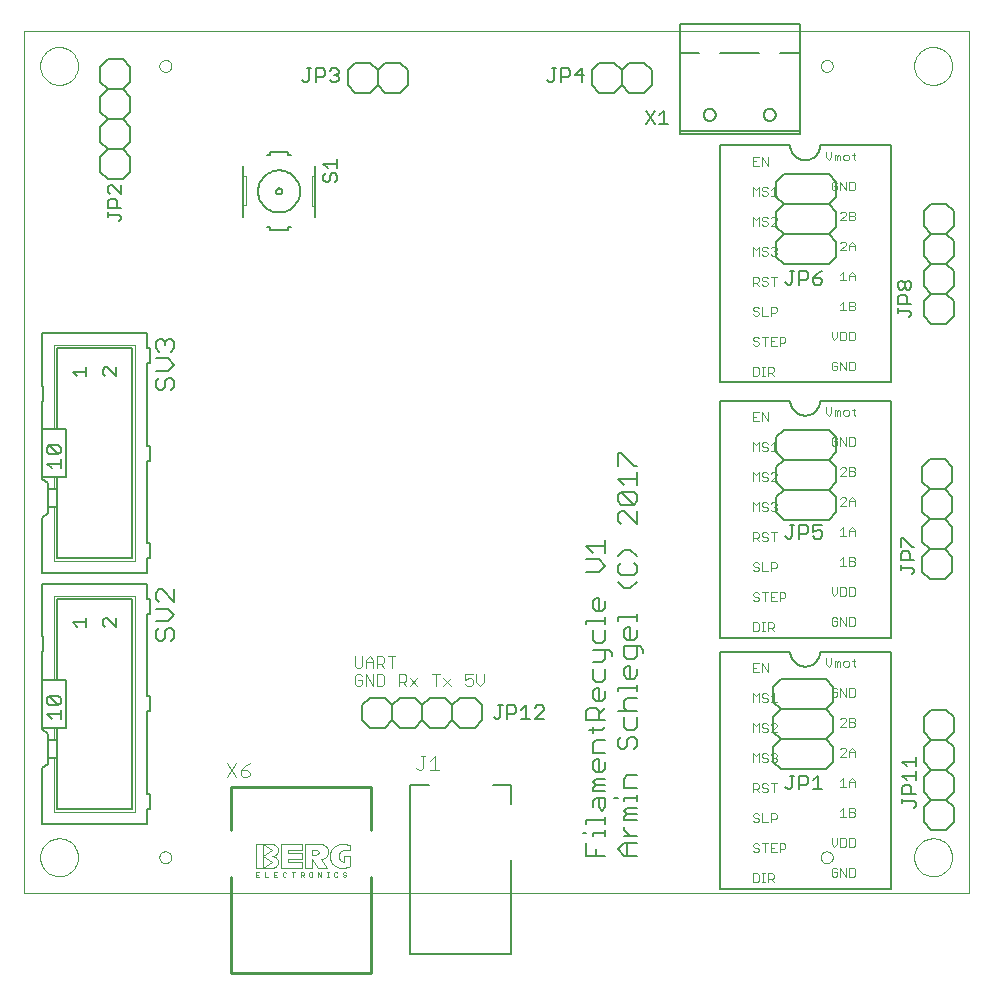
<source format=gto>
G75*
%MOIN*%
%OFA0B0*%
%FSLAX24Y24*%
%IPPOS*%
%LPD*%
%AMOC8*
5,1,8,0,0,1.08239X$1,22.5*
%
%ADD10C,0.0000*%
%ADD11C,0.0060*%
%ADD12C,0.0030*%
%ADD13C,0.0100*%
%ADD14C,0.0020*%
%ADD15C,0.0010*%
%ADD16C,0.0040*%
%ADD17C,0.0050*%
%ADD18C,0.0070*%
%ADD19C,0.0080*%
D10*
X000497Y002817D02*
X000497Y031557D01*
X031993Y031557D01*
X031993Y002817D01*
X000497Y002817D01*
X001048Y003998D02*
X001050Y004048D01*
X001056Y004098D01*
X001066Y004147D01*
X001080Y004195D01*
X001097Y004242D01*
X001118Y004287D01*
X001143Y004331D01*
X001171Y004372D01*
X001203Y004411D01*
X001237Y004448D01*
X001274Y004482D01*
X001314Y004512D01*
X001356Y004539D01*
X001400Y004563D01*
X001446Y004584D01*
X001493Y004600D01*
X001541Y004613D01*
X001591Y004622D01*
X001640Y004627D01*
X001691Y004628D01*
X001741Y004625D01*
X001790Y004618D01*
X001839Y004607D01*
X001887Y004592D01*
X001933Y004574D01*
X001978Y004552D01*
X002021Y004526D01*
X002062Y004497D01*
X002101Y004465D01*
X002137Y004430D01*
X002169Y004392D01*
X002199Y004352D01*
X002226Y004309D01*
X002249Y004265D01*
X002268Y004219D01*
X002284Y004171D01*
X002296Y004122D01*
X002304Y004073D01*
X002308Y004023D01*
X002308Y003973D01*
X002304Y003923D01*
X002296Y003874D01*
X002284Y003825D01*
X002268Y003777D01*
X002249Y003731D01*
X002226Y003687D01*
X002199Y003644D01*
X002169Y003604D01*
X002137Y003566D01*
X002101Y003531D01*
X002062Y003499D01*
X002021Y003470D01*
X001978Y003444D01*
X001933Y003422D01*
X001887Y003404D01*
X001839Y003389D01*
X001790Y003378D01*
X001741Y003371D01*
X001691Y003368D01*
X001640Y003369D01*
X001591Y003374D01*
X001541Y003383D01*
X001493Y003396D01*
X001446Y003412D01*
X001400Y003433D01*
X001356Y003457D01*
X001314Y003484D01*
X001274Y003514D01*
X001237Y003548D01*
X001203Y003585D01*
X001171Y003624D01*
X001143Y003665D01*
X001118Y003709D01*
X001097Y003754D01*
X001080Y003801D01*
X001066Y003849D01*
X001056Y003898D01*
X001050Y003948D01*
X001048Y003998D01*
X005024Y003998D02*
X005026Y004025D01*
X005032Y004052D01*
X005041Y004078D01*
X005054Y004102D01*
X005070Y004125D01*
X005089Y004144D01*
X005111Y004161D01*
X005135Y004175D01*
X005160Y004185D01*
X005187Y004192D01*
X005214Y004195D01*
X005242Y004194D01*
X005269Y004189D01*
X005295Y004181D01*
X005319Y004169D01*
X005342Y004153D01*
X005363Y004135D01*
X005380Y004114D01*
X005395Y004090D01*
X005406Y004065D01*
X005414Y004039D01*
X005418Y004012D01*
X005418Y003984D01*
X005414Y003957D01*
X005406Y003931D01*
X005395Y003906D01*
X005380Y003882D01*
X005363Y003861D01*
X005342Y003843D01*
X005320Y003827D01*
X005295Y003815D01*
X005269Y003807D01*
X005242Y003802D01*
X005214Y003801D01*
X005187Y003804D01*
X005160Y003811D01*
X005135Y003821D01*
X005111Y003835D01*
X005089Y003852D01*
X005070Y003871D01*
X005054Y003894D01*
X005041Y003918D01*
X005032Y003944D01*
X005026Y003971D01*
X005024Y003998D01*
X027072Y003998D02*
X027074Y004025D01*
X027080Y004052D01*
X027089Y004078D01*
X027102Y004102D01*
X027118Y004125D01*
X027137Y004144D01*
X027159Y004161D01*
X027183Y004175D01*
X027208Y004185D01*
X027235Y004192D01*
X027262Y004195D01*
X027290Y004194D01*
X027317Y004189D01*
X027343Y004181D01*
X027367Y004169D01*
X027390Y004153D01*
X027411Y004135D01*
X027428Y004114D01*
X027443Y004090D01*
X027454Y004065D01*
X027462Y004039D01*
X027466Y004012D01*
X027466Y003984D01*
X027462Y003957D01*
X027454Y003931D01*
X027443Y003906D01*
X027428Y003882D01*
X027411Y003861D01*
X027390Y003843D01*
X027368Y003827D01*
X027343Y003815D01*
X027317Y003807D01*
X027290Y003802D01*
X027262Y003801D01*
X027235Y003804D01*
X027208Y003811D01*
X027183Y003821D01*
X027159Y003835D01*
X027137Y003852D01*
X027118Y003871D01*
X027102Y003894D01*
X027089Y003918D01*
X027080Y003944D01*
X027074Y003971D01*
X027072Y003998D01*
X030182Y003998D02*
X030184Y004048D01*
X030190Y004098D01*
X030200Y004147D01*
X030214Y004195D01*
X030231Y004242D01*
X030252Y004287D01*
X030277Y004331D01*
X030305Y004372D01*
X030337Y004411D01*
X030371Y004448D01*
X030408Y004482D01*
X030448Y004512D01*
X030490Y004539D01*
X030534Y004563D01*
X030580Y004584D01*
X030627Y004600D01*
X030675Y004613D01*
X030725Y004622D01*
X030774Y004627D01*
X030825Y004628D01*
X030875Y004625D01*
X030924Y004618D01*
X030973Y004607D01*
X031021Y004592D01*
X031067Y004574D01*
X031112Y004552D01*
X031155Y004526D01*
X031196Y004497D01*
X031235Y004465D01*
X031271Y004430D01*
X031303Y004392D01*
X031333Y004352D01*
X031360Y004309D01*
X031383Y004265D01*
X031402Y004219D01*
X031418Y004171D01*
X031430Y004122D01*
X031438Y004073D01*
X031442Y004023D01*
X031442Y003973D01*
X031438Y003923D01*
X031430Y003874D01*
X031418Y003825D01*
X031402Y003777D01*
X031383Y003731D01*
X031360Y003687D01*
X031333Y003644D01*
X031303Y003604D01*
X031271Y003566D01*
X031235Y003531D01*
X031196Y003499D01*
X031155Y003470D01*
X031112Y003444D01*
X031067Y003422D01*
X031021Y003404D01*
X030973Y003389D01*
X030924Y003378D01*
X030875Y003371D01*
X030825Y003368D01*
X030774Y003369D01*
X030725Y003374D01*
X030675Y003383D01*
X030627Y003396D01*
X030580Y003412D01*
X030534Y003433D01*
X030490Y003457D01*
X030448Y003484D01*
X030408Y003514D01*
X030371Y003548D01*
X030337Y003585D01*
X030305Y003624D01*
X030277Y003665D01*
X030252Y003709D01*
X030231Y003754D01*
X030214Y003801D01*
X030200Y003849D01*
X030190Y003898D01*
X030184Y003948D01*
X030182Y003998D01*
X030182Y030376D02*
X030184Y030426D01*
X030190Y030476D01*
X030200Y030525D01*
X030214Y030573D01*
X030231Y030620D01*
X030252Y030665D01*
X030277Y030709D01*
X030305Y030750D01*
X030337Y030789D01*
X030371Y030826D01*
X030408Y030860D01*
X030448Y030890D01*
X030490Y030917D01*
X030534Y030941D01*
X030580Y030962D01*
X030627Y030978D01*
X030675Y030991D01*
X030725Y031000D01*
X030774Y031005D01*
X030825Y031006D01*
X030875Y031003D01*
X030924Y030996D01*
X030973Y030985D01*
X031021Y030970D01*
X031067Y030952D01*
X031112Y030930D01*
X031155Y030904D01*
X031196Y030875D01*
X031235Y030843D01*
X031271Y030808D01*
X031303Y030770D01*
X031333Y030730D01*
X031360Y030687D01*
X031383Y030643D01*
X031402Y030597D01*
X031418Y030549D01*
X031430Y030500D01*
X031438Y030451D01*
X031442Y030401D01*
X031442Y030351D01*
X031438Y030301D01*
X031430Y030252D01*
X031418Y030203D01*
X031402Y030155D01*
X031383Y030109D01*
X031360Y030065D01*
X031333Y030022D01*
X031303Y029982D01*
X031271Y029944D01*
X031235Y029909D01*
X031196Y029877D01*
X031155Y029848D01*
X031112Y029822D01*
X031067Y029800D01*
X031021Y029782D01*
X030973Y029767D01*
X030924Y029756D01*
X030875Y029749D01*
X030825Y029746D01*
X030774Y029747D01*
X030725Y029752D01*
X030675Y029761D01*
X030627Y029774D01*
X030580Y029790D01*
X030534Y029811D01*
X030490Y029835D01*
X030448Y029862D01*
X030408Y029892D01*
X030371Y029926D01*
X030337Y029963D01*
X030305Y030002D01*
X030277Y030043D01*
X030252Y030087D01*
X030231Y030132D01*
X030214Y030179D01*
X030200Y030227D01*
X030190Y030276D01*
X030184Y030326D01*
X030182Y030376D01*
X027072Y030376D02*
X027074Y030403D01*
X027080Y030430D01*
X027089Y030456D01*
X027102Y030480D01*
X027118Y030503D01*
X027137Y030522D01*
X027159Y030539D01*
X027183Y030553D01*
X027208Y030563D01*
X027235Y030570D01*
X027262Y030573D01*
X027290Y030572D01*
X027317Y030567D01*
X027343Y030559D01*
X027367Y030547D01*
X027390Y030531D01*
X027411Y030513D01*
X027428Y030492D01*
X027443Y030468D01*
X027454Y030443D01*
X027462Y030417D01*
X027466Y030390D01*
X027466Y030362D01*
X027462Y030335D01*
X027454Y030309D01*
X027443Y030284D01*
X027428Y030260D01*
X027411Y030239D01*
X027390Y030221D01*
X027368Y030205D01*
X027343Y030193D01*
X027317Y030185D01*
X027290Y030180D01*
X027262Y030179D01*
X027235Y030182D01*
X027208Y030189D01*
X027183Y030199D01*
X027159Y030213D01*
X027137Y030230D01*
X027118Y030249D01*
X027102Y030272D01*
X027089Y030296D01*
X027080Y030322D01*
X027074Y030349D01*
X027072Y030376D01*
X005024Y030376D02*
X005026Y030403D01*
X005032Y030430D01*
X005041Y030456D01*
X005054Y030480D01*
X005070Y030503D01*
X005089Y030522D01*
X005111Y030539D01*
X005135Y030553D01*
X005160Y030563D01*
X005187Y030570D01*
X005214Y030573D01*
X005242Y030572D01*
X005269Y030567D01*
X005295Y030559D01*
X005319Y030547D01*
X005342Y030531D01*
X005363Y030513D01*
X005380Y030492D01*
X005395Y030468D01*
X005406Y030443D01*
X005414Y030417D01*
X005418Y030390D01*
X005418Y030362D01*
X005414Y030335D01*
X005406Y030309D01*
X005395Y030284D01*
X005380Y030260D01*
X005363Y030239D01*
X005342Y030221D01*
X005320Y030205D01*
X005295Y030193D01*
X005269Y030185D01*
X005242Y030180D01*
X005214Y030179D01*
X005187Y030182D01*
X005160Y030189D01*
X005135Y030199D01*
X005111Y030213D01*
X005089Y030230D01*
X005070Y030249D01*
X005054Y030272D01*
X005041Y030296D01*
X005032Y030322D01*
X005026Y030349D01*
X005024Y030376D01*
X001048Y030376D02*
X001050Y030426D01*
X001056Y030476D01*
X001066Y030525D01*
X001080Y030573D01*
X001097Y030620D01*
X001118Y030665D01*
X001143Y030709D01*
X001171Y030750D01*
X001203Y030789D01*
X001237Y030826D01*
X001274Y030860D01*
X001314Y030890D01*
X001356Y030917D01*
X001400Y030941D01*
X001446Y030962D01*
X001493Y030978D01*
X001541Y030991D01*
X001591Y031000D01*
X001640Y031005D01*
X001691Y031006D01*
X001741Y031003D01*
X001790Y030996D01*
X001839Y030985D01*
X001887Y030970D01*
X001933Y030952D01*
X001978Y030930D01*
X002021Y030904D01*
X002062Y030875D01*
X002101Y030843D01*
X002137Y030808D01*
X002169Y030770D01*
X002199Y030730D01*
X002226Y030687D01*
X002249Y030643D01*
X002268Y030597D01*
X002284Y030549D01*
X002296Y030500D01*
X002304Y030451D01*
X002308Y030401D01*
X002308Y030351D01*
X002304Y030301D01*
X002296Y030252D01*
X002284Y030203D01*
X002268Y030155D01*
X002249Y030109D01*
X002226Y030065D01*
X002199Y030022D01*
X002169Y029982D01*
X002137Y029944D01*
X002101Y029909D01*
X002062Y029877D01*
X002021Y029848D01*
X001978Y029822D01*
X001933Y029800D01*
X001887Y029782D01*
X001839Y029767D01*
X001790Y029756D01*
X001741Y029749D01*
X001691Y029746D01*
X001640Y029747D01*
X001591Y029752D01*
X001541Y029761D01*
X001493Y029774D01*
X001446Y029790D01*
X001400Y029811D01*
X001356Y029835D01*
X001314Y029862D01*
X001274Y029892D01*
X001237Y029926D01*
X001203Y029963D01*
X001171Y030002D01*
X001143Y030043D01*
X001118Y030087D01*
X001097Y030132D01*
X001080Y030179D01*
X001066Y030227D01*
X001056Y030276D01*
X001050Y030326D01*
X001048Y030376D01*
D11*
X003048Y030355D02*
X003048Y029855D01*
X003298Y029605D01*
X003048Y029355D01*
X003048Y028855D01*
X003298Y028605D01*
X003798Y028605D01*
X004048Y028855D01*
X004048Y029355D01*
X003798Y029605D01*
X003298Y029605D01*
X003798Y029605D02*
X004048Y029855D01*
X004048Y030355D01*
X003798Y030605D01*
X003298Y030605D01*
X003048Y030355D01*
X003298Y028605D02*
X003048Y028355D01*
X003048Y027855D01*
X003298Y027605D01*
X003048Y027355D01*
X003048Y026855D01*
X003298Y026605D01*
X003798Y026605D01*
X004048Y026855D01*
X004048Y027355D01*
X003798Y027605D01*
X003298Y027605D01*
X003798Y027605D02*
X004048Y027855D01*
X004048Y028355D01*
X003798Y028605D01*
X007811Y027043D02*
X007811Y026693D01*
X007811Y025743D01*
X007811Y025343D01*
X008611Y024993D02*
X008711Y024993D01*
X008711Y024893D01*
X009311Y024893D01*
X009311Y024993D01*
X009411Y024993D01*
X010211Y025343D02*
X010211Y025693D01*
X010211Y026693D01*
X010211Y027043D01*
X009411Y027393D02*
X009311Y027393D01*
X009311Y027493D01*
X008711Y027493D01*
X008711Y027393D01*
X008611Y027393D01*
X008911Y026193D02*
X008913Y026213D01*
X008919Y026231D01*
X008928Y026249D01*
X008940Y026264D01*
X008955Y026276D01*
X008973Y026285D01*
X008991Y026291D01*
X009011Y026293D01*
X009031Y026291D01*
X009049Y026285D01*
X009067Y026276D01*
X009082Y026264D01*
X009094Y026249D01*
X009103Y026231D01*
X009109Y026213D01*
X009111Y026193D01*
X009109Y026173D01*
X009103Y026155D01*
X009094Y026137D01*
X009082Y026122D01*
X009067Y026110D01*
X009049Y026101D01*
X009031Y026095D01*
X009011Y026093D01*
X008991Y026095D01*
X008973Y026101D01*
X008955Y026110D01*
X008940Y026122D01*
X008928Y026137D01*
X008919Y026155D01*
X008913Y026173D01*
X008911Y026193D01*
X008311Y026193D02*
X008313Y026245D01*
X008319Y026297D01*
X008329Y026349D01*
X008342Y026399D01*
X008359Y026449D01*
X008380Y026497D01*
X008405Y026543D01*
X008433Y026587D01*
X008464Y026629D01*
X008498Y026669D01*
X008535Y026706D01*
X008575Y026740D01*
X008617Y026771D01*
X008661Y026799D01*
X008707Y026824D01*
X008755Y026845D01*
X008805Y026862D01*
X008855Y026875D01*
X008907Y026885D01*
X008959Y026891D01*
X009011Y026893D01*
X009063Y026891D01*
X009115Y026885D01*
X009167Y026875D01*
X009217Y026862D01*
X009267Y026845D01*
X009315Y026824D01*
X009361Y026799D01*
X009405Y026771D01*
X009447Y026740D01*
X009487Y026706D01*
X009524Y026669D01*
X009558Y026629D01*
X009589Y026587D01*
X009617Y026543D01*
X009642Y026497D01*
X009663Y026449D01*
X009680Y026399D01*
X009693Y026349D01*
X009703Y026297D01*
X009709Y026245D01*
X009711Y026193D01*
X009709Y026141D01*
X009703Y026089D01*
X009693Y026037D01*
X009680Y025987D01*
X009663Y025937D01*
X009642Y025889D01*
X009617Y025843D01*
X009589Y025799D01*
X009558Y025757D01*
X009524Y025717D01*
X009487Y025680D01*
X009447Y025646D01*
X009405Y025615D01*
X009361Y025587D01*
X009315Y025562D01*
X009267Y025541D01*
X009217Y025524D01*
X009167Y025511D01*
X009115Y025501D01*
X009063Y025495D01*
X009011Y025493D01*
X008959Y025495D01*
X008907Y025501D01*
X008855Y025511D01*
X008805Y025524D01*
X008755Y025541D01*
X008707Y025562D01*
X008661Y025587D01*
X008617Y025615D01*
X008575Y025646D01*
X008535Y025680D01*
X008498Y025717D01*
X008464Y025757D01*
X008433Y025799D01*
X008405Y025843D01*
X008380Y025889D01*
X008359Y025937D01*
X008342Y025987D01*
X008329Y026037D01*
X008319Y026089D01*
X008313Y026141D01*
X008311Y026193D01*
X011558Y029483D02*
X012058Y029483D01*
X012308Y029733D01*
X012558Y029483D01*
X013058Y029483D01*
X013308Y029733D01*
X013308Y030233D01*
X013058Y030483D01*
X012558Y030483D01*
X012308Y030233D01*
X012308Y029733D01*
X012308Y030233D02*
X012058Y030483D01*
X011558Y030483D01*
X011308Y030233D01*
X011308Y029733D01*
X011558Y029483D01*
X019428Y029733D02*
X019678Y029483D01*
X020178Y029483D01*
X020428Y029733D01*
X020678Y029483D01*
X021178Y029483D01*
X021428Y029733D01*
X021428Y030233D01*
X021178Y030483D01*
X020678Y030483D01*
X020428Y030233D01*
X020428Y029733D01*
X020428Y030233D02*
X020178Y030483D01*
X019678Y030483D01*
X019428Y030233D01*
X019428Y029733D01*
X022365Y030815D02*
X022365Y031765D01*
X026365Y031765D01*
X026365Y030815D01*
X025715Y030815D01*
X026365Y030815D02*
X026365Y028215D01*
X026365Y028115D01*
X022365Y028115D01*
X022365Y028215D01*
X022365Y030815D01*
X023015Y030815D01*
X023715Y030815D02*
X025015Y030815D01*
X025165Y028745D02*
X025167Y028773D01*
X025173Y028800D01*
X025182Y028826D01*
X025195Y028851D01*
X025212Y028874D01*
X025231Y028894D01*
X025253Y028911D01*
X025277Y028925D01*
X025303Y028935D01*
X025330Y028942D01*
X025358Y028945D01*
X025386Y028944D01*
X025413Y028939D01*
X025440Y028930D01*
X025465Y028918D01*
X025488Y028903D01*
X025509Y028884D01*
X025527Y028863D01*
X025542Y028839D01*
X025553Y028813D01*
X025561Y028787D01*
X025565Y028759D01*
X025565Y028731D01*
X025561Y028703D01*
X025553Y028677D01*
X025542Y028651D01*
X025527Y028627D01*
X025509Y028606D01*
X025488Y028587D01*
X025465Y028572D01*
X025440Y028560D01*
X025413Y028551D01*
X025386Y028546D01*
X025358Y028545D01*
X025330Y028548D01*
X025303Y028555D01*
X025277Y028565D01*
X025253Y028579D01*
X025231Y028596D01*
X025212Y028616D01*
X025195Y028639D01*
X025182Y028664D01*
X025173Y028690D01*
X025167Y028717D01*
X025165Y028745D01*
X026365Y028215D02*
X022365Y028215D01*
X023165Y028745D02*
X023167Y028773D01*
X023173Y028800D01*
X023182Y028826D01*
X023195Y028851D01*
X023212Y028874D01*
X023231Y028894D01*
X023253Y028911D01*
X023277Y028925D01*
X023303Y028935D01*
X023330Y028942D01*
X023358Y028945D01*
X023386Y028944D01*
X023413Y028939D01*
X023440Y028930D01*
X023465Y028918D01*
X023488Y028903D01*
X023509Y028884D01*
X023527Y028863D01*
X023542Y028839D01*
X023553Y028813D01*
X023561Y028787D01*
X023565Y028759D01*
X023565Y028731D01*
X023561Y028703D01*
X023553Y028677D01*
X023542Y028651D01*
X023527Y028627D01*
X023509Y028606D01*
X023488Y028587D01*
X023465Y028572D01*
X023440Y028560D01*
X023413Y028551D01*
X023386Y028546D01*
X023358Y028545D01*
X023330Y028548D01*
X023303Y028555D01*
X023277Y028565D01*
X023253Y028579D01*
X023231Y028596D01*
X023212Y028616D01*
X023195Y028639D01*
X023182Y028664D01*
X023173Y028690D01*
X023167Y028717D01*
X023165Y028745D01*
X023698Y027734D02*
X023698Y019834D01*
X029398Y019834D01*
X029398Y027734D01*
X027048Y027734D01*
X027046Y027690D01*
X027040Y027647D01*
X027031Y027605D01*
X027018Y027563D01*
X027001Y027523D01*
X026981Y027484D01*
X026958Y027447D01*
X026931Y027413D01*
X026902Y027380D01*
X026869Y027351D01*
X026835Y027324D01*
X026798Y027301D01*
X026759Y027281D01*
X026719Y027264D01*
X026677Y027251D01*
X026635Y027242D01*
X026592Y027236D01*
X026548Y027234D01*
X026504Y027236D01*
X026461Y027242D01*
X026419Y027251D01*
X026377Y027264D01*
X026337Y027281D01*
X026298Y027301D01*
X026261Y027324D01*
X026227Y027351D01*
X026194Y027380D01*
X026165Y027413D01*
X026138Y027447D01*
X026115Y027484D01*
X026095Y027523D01*
X026078Y027563D01*
X026065Y027605D01*
X026056Y027647D01*
X026050Y027690D01*
X026048Y027734D01*
X023698Y027734D01*
X025580Y026508D02*
X025580Y026008D01*
X025830Y025758D01*
X027330Y025758D01*
X027580Y025508D01*
X027580Y025008D01*
X027330Y024758D01*
X027580Y024508D01*
X027580Y024008D01*
X027330Y023758D01*
X025830Y023758D01*
X025580Y024008D01*
X025580Y024508D01*
X025830Y024758D01*
X027330Y024758D01*
X027330Y025758D02*
X027580Y026008D01*
X027580Y026508D01*
X027330Y026758D01*
X025830Y026758D01*
X025580Y026508D01*
X025830Y025758D02*
X025580Y025508D01*
X025580Y025008D01*
X025830Y024758D01*
X030509Y024532D02*
X030509Y024032D01*
X030759Y023782D01*
X031259Y023782D01*
X031509Y024032D01*
X031509Y024532D01*
X031259Y024782D01*
X030759Y024782D01*
X030509Y024532D01*
X030759Y024782D02*
X030509Y025032D01*
X030509Y025532D01*
X030759Y025782D01*
X031259Y025782D01*
X031509Y025532D01*
X031509Y025032D01*
X031259Y024782D01*
X031259Y023782D02*
X031509Y023532D01*
X031509Y023032D01*
X031259Y022782D01*
X031509Y022532D01*
X031509Y022032D01*
X031259Y021782D01*
X030759Y021782D01*
X030509Y022032D01*
X030509Y022532D01*
X030759Y022782D01*
X030509Y023032D01*
X030509Y023532D01*
X030759Y023782D01*
X030759Y022782D02*
X031259Y022782D01*
X029398Y019220D02*
X029398Y011320D01*
X023698Y011320D01*
X023698Y019220D01*
X026048Y019220D01*
X026050Y019176D01*
X026056Y019133D01*
X026065Y019091D01*
X026078Y019049D01*
X026095Y019009D01*
X026115Y018970D01*
X026138Y018933D01*
X026165Y018899D01*
X026194Y018866D01*
X026227Y018837D01*
X026261Y018810D01*
X026298Y018787D01*
X026337Y018767D01*
X026377Y018750D01*
X026419Y018737D01*
X026461Y018728D01*
X026504Y018722D01*
X026548Y018720D01*
X026592Y018722D01*
X026635Y018728D01*
X026677Y018737D01*
X026719Y018750D01*
X026759Y018767D01*
X026798Y018787D01*
X026835Y018810D01*
X026869Y018837D01*
X026902Y018866D01*
X026931Y018899D01*
X026958Y018933D01*
X026981Y018970D01*
X027001Y019009D01*
X027018Y019049D01*
X027031Y019091D01*
X027040Y019133D01*
X027046Y019176D01*
X027048Y019220D01*
X029398Y019220D01*
X027580Y017994D02*
X027580Y017494D01*
X027330Y017244D01*
X025830Y017244D01*
X025580Y016994D01*
X025580Y016494D01*
X025830Y016244D01*
X025580Y015994D01*
X025580Y015494D01*
X025830Y015244D01*
X027330Y015244D01*
X027580Y015494D01*
X027580Y015994D01*
X027330Y016244D01*
X025830Y016244D01*
X025830Y017244D02*
X025580Y017494D01*
X025580Y017994D01*
X025830Y018244D01*
X027330Y018244D01*
X027580Y017994D01*
X027330Y017244D02*
X027580Y016994D01*
X027580Y016494D01*
X027330Y016244D01*
X030459Y016018D02*
X030459Y015518D01*
X030709Y015268D01*
X031209Y015268D01*
X031459Y015518D01*
X031459Y016018D01*
X031209Y016268D01*
X030709Y016268D01*
X030459Y016018D01*
X030709Y016268D02*
X030459Y016518D01*
X030459Y017018D01*
X030709Y017268D01*
X031209Y017268D01*
X031459Y017018D01*
X031459Y016518D01*
X031209Y016268D01*
X031209Y015268D02*
X031459Y015018D01*
X031459Y014518D01*
X031209Y014268D01*
X031459Y014018D01*
X031459Y013518D01*
X031209Y013268D01*
X030709Y013268D01*
X030459Y013518D01*
X030459Y014018D01*
X030709Y014268D01*
X030459Y014518D01*
X030459Y015018D01*
X030709Y015268D01*
X030709Y014268D02*
X031209Y014268D01*
X029398Y010854D02*
X029398Y002954D01*
X023698Y002954D01*
X023698Y010854D01*
X026048Y010854D01*
X026050Y010810D01*
X026056Y010767D01*
X026065Y010725D01*
X026078Y010683D01*
X026095Y010643D01*
X026115Y010604D01*
X026138Y010567D01*
X026165Y010533D01*
X026194Y010500D01*
X026227Y010471D01*
X026261Y010444D01*
X026298Y010421D01*
X026337Y010401D01*
X026377Y010384D01*
X026419Y010371D01*
X026461Y010362D01*
X026504Y010356D01*
X026548Y010354D01*
X026592Y010356D01*
X026635Y010362D01*
X026677Y010371D01*
X026719Y010384D01*
X026759Y010401D01*
X026798Y010421D01*
X026835Y010444D01*
X026869Y010471D01*
X026902Y010500D01*
X026931Y010533D01*
X026958Y010567D01*
X026981Y010604D01*
X027001Y010643D01*
X027018Y010683D01*
X027031Y010725D01*
X027040Y010767D01*
X027046Y010810D01*
X027048Y010854D01*
X029398Y010854D01*
X027481Y009678D02*
X027481Y009178D01*
X027231Y008928D01*
X025731Y008928D01*
X025481Y008678D01*
X025481Y008178D01*
X025731Y007928D01*
X025481Y007678D01*
X025481Y007178D01*
X025731Y006928D01*
X027231Y006928D01*
X027481Y007178D01*
X027481Y007678D01*
X027231Y007928D01*
X025731Y007928D01*
X025731Y008928D02*
X025481Y009178D01*
X025481Y009678D01*
X025731Y009928D01*
X027231Y009928D01*
X027481Y009678D01*
X027231Y008928D02*
X027481Y008678D01*
X027481Y008178D01*
X027231Y007928D01*
X030509Y008162D02*
X030509Y008662D01*
X030759Y008912D01*
X031259Y008912D01*
X031509Y008662D01*
X031509Y008162D01*
X031259Y007912D01*
X031509Y007662D01*
X031509Y007162D01*
X031259Y006912D01*
X030759Y006912D01*
X030509Y007162D01*
X030509Y007662D01*
X030759Y007912D01*
X030509Y008162D01*
X030759Y007912D02*
X031259Y007912D01*
X031259Y006912D02*
X031509Y006662D01*
X031509Y006162D01*
X031259Y005912D01*
X031509Y005662D01*
X031509Y005162D01*
X031259Y004912D01*
X030759Y004912D01*
X030509Y005162D01*
X030509Y005662D01*
X030759Y005912D01*
X030509Y006162D01*
X030509Y006662D01*
X030759Y006912D01*
X030759Y005912D02*
X031259Y005912D01*
X020939Y005874D02*
X020939Y006088D01*
X020939Y005981D02*
X020512Y005981D01*
X020512Y005874D01*
X020299Y005981D02*
X020192Y005981D01*
X019889Y005979D02*
X019889Y005659D01*
X019783Y005552D01*
X019676Y005659D01*
X019676Y005979D01*
X019569Y005979D02*
X019889Y005979D01*
X019889Y006197D02*
X019462Y006197D01*
X019462Y006303D01*
X019569Y006410D01*
X019462Y006517D01*
X019569Y006624D01*
X019889Y006624D01*
X019889Y006410D02*
X019569Y006410D01*
X019569Y006841D02*
X019462Y006948D01*
X019462Y007161D01*
X019569Y007268D01*
X019676Y007268D01*
X019676Y006841D01*
X019783Y006841D02*
X019569Y006841D01*
X019783Y006841D02*
X019889Y006948D01*
X019889Y007161D01*
X019889Y007486D02*
X019462Y007486D01*
X019462Y007806D01*
X019569Y007913D01*
X019889Y007913D01*
X019783Y008237D02*
X019356Y008237D01*
X019462Y008130D02*
X019462Y008344D01*
X019249Y008560D02*
X019249Y008880D01*
X019356Y008987D01*
X019569Y008987D01*
X019676Y008880D01*
X019676Y008560D01*
X019889Y008560D02*
X019249Y008560D01*
X019676Y008773D02*
X019889Y008987D01*
X019783Y009205D02*
X019569Y009205D01*
X019462Y009311D01*
X019462Y009525D01*
X019569Y009632D01*
X019676Y009632D01*
X019676Y009205D01*
X019783Y009205D02*
X019889Y009311D01*
X019889Y009525D01*
X019783Y009849D02*
X019569Y009849D01*
X019462Y009956D01*
X019462Y010276D01*
X019462Y010494D02*
X019783Y010494D01*
X019889Y010600D01*
X019889Y010921D01*
X019996Y010921D02*
X020103Y010814D01*
X020103Y010707D01*
X019996Y010921D02*
X019462Y010921D01*
X019569Y011138D02*
X019783Y011138D01*
X019889Y011245D01*
X019889Y011565D01*
X019889Y011783D02*
X019889Y011996D01*
X019889Y011889D02*
X019249Y011889D01*
X019249Y011783D01*
X019462Y011565D02*
X019462Y011245D01*
X019569Y011138D01*
X019889Y010276D02*
X019889Y009956D01*
X019783Y009849D01*
X020299Y009634D02*
X020299Y009527D01*
X020299Y009634D02*
X020939Y009634D01*
X020939Y009740D02*
X020939Y009527D01*
X020939Y009309D02*
X020619Y009309D01*
X020512Y009203D01*
X020512Y008989D01*
X020619Y008882D01*
X020512Y008665D02*
X020512Y008344D01*
X020619Y008238D01*
X020833Y008238D01*
X020939Y008344D01*
X020939Y008665D01*
X020939Y008882D02*
X020299Y008882D01*
X019889Y008344D02*
X019783Y008237D01*
X020299Y007913D02*
X020299Y007700D01*
X020406Y007593D01*
X020512Y007593D01*
X020619Y007700D01*
X020619Y007913D01*
X020726Y008020D01*
X020833Y008020D01*
X020939Y007913D01*
X020939Y007700D01*
X020833Y007593D01*
X020406Y008020D02*
X020299Y007913D01*
X020619Y006731D02*
X020939Y006731D01*
X020619Y006731D02*
X020512Y006624D01*
X020512Y006304D01*
X020939Y006304D01*
X020939Y005657D02*
X020619Y005657D01*
X020512Y005550D01*
X020619Y005443D01*
X020939Y005443D01*
X020939Y005230D02*
X020512Y005230D01*
X020512Y005337D01*
X020619Y005443D01*
X020512Y005013D02*
X020512Y004906D01*
X020726Y004693D01*
X020939Y004693D02*
X020512Y004693D01*
X020512Y004475D02*
X020939Y004475D01*
X020619Y004475D02*
X020619Y004048D01*
X020512Y004048D02*
X020299Y004262D01*
X020512Y004475D01*
X020512Y004048D02*
X020939Y004048D01*
X019889Y004048D02*
X019249Y004048D01*
X019249Y004475D01*
X019462Y004693D02*
X019462Y004799D01*
X019889Y004799D01*
X019889Y004693D02*
X019889Y004906D01*
X019889Y005122D02*
X019889Y005336D01*
X019889Y005229D02*
X019249Y005229D01*
X019249Y005122D01*
X019249Y004799D02*
X019142Y004799D01*
X019569Y004262D02*
X019569Y004048D01*
X019462Y005659D02*
X019462Y005872D01*
X019569Y005979D01*
X015784Y008571D02*
X015534Y008321D01*
X015034Y008321D01*
X014784Y008571D01*
X014534Y008321D01*
X014034Y008321D01*
X013784Y008571D01*
X013784Y009071D01*
X014034Y009321D01*
X014534Y009321D01*
X014784Y009071D01*
X015034Y009321D01*
X015534Y009321D01*
X015784Y009071D01*
X015784Y008571D01*
X014784Y008571D02*
X014784Y009071D01*
X013784Y009071D02*
X013534Y009321D01*
X013034Y009321D01*
X012784Y009071D01*
X012534Y009321D01*
X012034Y009321D01*
X011784Y009071D01*
X011784Y008571D01*
X012034Y008321D01*
X012534Y008321D01*
X012784Y008571D01*
X012784Y009071D01*
X012784Y008571D02*
X013034Y008321D01*
X013534Y008321D01*
X013784Y008571D01*
X019249Y013502D02*
X019676Y013502D01*
X019889Y013715D01*
X019676Y013929D01*
X019249Y013929D01*
X019462Y014146D02*
X019249Y014360D01*
X019889Y014360D01*
X019889Y014573D02*
X019889Y014146D01*
X020299Y014039D02*
X020512Y014252D01*
X020726Y014252D01*
X020939Y014039D01*
X020833Y013821D02*
X020939Y013714D01*
X020939Y013501D01*
X020833Y013394D01*
X020406Y013394D01*
X020299Y013501D01*
X020299Y013714D01*
X020406Y013821D01*
X020299Y013178D02*
X020512Y012964D01*
X020726Y012964D01*
X020939Y013178D01*
X020939Y012104D02*
X020939Y011890D01*
X020939Y011997D02*
X020299Y011997D01*
X020299Y011890D01*
X020619Y011673D02*
X020512Y011566D01*
X020512Y011352D01*
X020619Y011246D01*
X020833Y011246D01*
X020939Y011352D01*
X020939Y011566D01*
X020726Y011673D02*
X020726Y011246D01*
X020939Y011028D02*
X020939Y010708D01*
X020833Y010601D01*
X020619Y010601D01*
X020512Y010708D01*
X020512Y011028D01*
X021046Y011028D01*
X021153Y010921D01*
X021153Y010815D01*
X020939Y010277D02*
X020939Y010063D01*
X020833Y009956D01*
X020619Y009956D01*
X020512Y010063D01*
X020512Y010277D01*
X020619Y010384D01*
X020726Y010384D01*
X020726Y009956D01*
X020726Y011673D02*
X020619Y011673D01*
X019889Y012319D02*
X019889Y012533D01*
X019889Y012319D02*
X019783Y012212D01*
X019569Y012212D01*
X019462Y012319D01*
X019462Y012533D01*
X019569Y012639D01*
X019676Y012639D01*
X019676Y012212D01*
X020406Y015113D02*
X020299Y015220D01*
X020299Y015433D01*
X020406Y015540D01*
X020512Y015540D01*
X020939Y015113D01*
X020939Y015540D01*
X020833Y015757D02*
X020406Y016184D01*
X020833Y016184D01*
X020939Y016078D01*
X020939Y015864D01*
X020833Y015757D01*
X020406Y015757D01*
X020299Y015864D01*
X020299Y016078D01*
X020406Y016184D01*
X020512Y016402D02*
X020299Y016615D01*
X020939Y016615D01*
X020939Y016402D02*
X020939Y016829D01*
X020939Y017047D02*
X020833Y017047D01*
X020406Y017474D01*
X020299Y017474D01*
X020299Y017047D01*
X004709Y017213D02*
X004609Y017213D01*
X004609Y014463D01*
X004709Y014463D01*
X004709Y013963D01*
X004609Y013963D01*
X004609Y013463D01*
X001109Y013463D01*
X001109Y015313D01*
X001309Y015463D01*
X001309Y015663D01*
X001309Y016263D01*
X001309Y016463D01*
X001109Y016613D01*
X001109Y016663D01*
X001509Y016663D01*
X001609Y016663D01*
X001609Y016263D01*
X001609Y015663D01*
X001509Y015663D01*
X001309Y015663D01*
X001609Y015663D02*
X001609Y013963D01*
X004109Y013963D01*
X004109Y020963D01*
X001609Y020963D01*
X001609Y018263D01*
X001509Y018263D01*
X001109Y018263D01*
X001109Y019213D01*
X001159Y019213D01*
X001159Y019713D01*
X001109Y019713D01*
X001109Y021463D01*
X004609Y021463D01*
X004609Y020963D01*
X004709Y020963D01*
X004709Y020463D01*
X004609Y020463D01*
X004609Y017713D01*
X004709Y017713D01*
X004709Y017213D01*
X001909Y016663D02*
X001609Y016663D01*
X001909Y016663D02*
X001909Y018263D01*
X001609Y018263D01*
X001109Y018263D02*
X001109Y016663D01*
X001309Y016263D02*
X001509Y016263D01*
X001609Y016263D01*
X001109Y013117D02*
X001109Y011367D01*
X001159Y011367D01*
X001159Y010867D01*
X001109Y010867D01*
X001109Y009917D01*
X001509Y009917D01*
X001609Y009917D01*
X001609Y012617D01*
X004109Y012617D01*
X004109Y005617D01*
X001609Y005617D01*
X001609Y007317D01*
X001609Y007917D01*
X001609Y008317D01*
X001509Y008317D01*
X001109Y008317D01*
X001109Y009917D01*
X001609Y009917D02*
X001909Y009917D01*
X001909Y008317D01*
X001609Y008317D01*
X001309Y008117D02*
X001109Y008267D01*
X001109Y008317D01*
X001309Y008117D02*
X001309Y007917D01*
X001309Y007317D01*
X001509Y007317D01*
X001609Y007317D01*
X001309Y007317D02*
X001309Y007117D01*
X001109Y006967D01*
X001109Y005117D01*
X004609Y005117D01*
X004609Y005617D01*
X004709Y005617D01*
X004709Y006117D01*
X004609Y006117D01*
X004609Y008867D01*
X004709Y008867D01*
X004709Y009367D01*
X004609Y009367D01*
X004609Y012117D01*
X004709Y012117D01*
X004709Y012617D01*
X004609Y012617D01*
X004609Y013117D01*
X001109Y013117D01*
X001309Y007917D02*
X001509Y007917D01*
X001609Y007917D01*
D12*
X011535Y009784D02*
X011597Y009722D01*
X011721Y009722D01*
X011782Y009784D01*
X011782Y009907D01*
X011659Y009907D01*
X011535Y009784D02*
X011535Y010031D01*
X011597Y010092D01*
X011721Y010092D01*
X011782Y010031D01*
X011904Y010092D02*
X012151Y009722D01*
X012151Y010092D01*
X012272Y010092D02*
X012272Y009722D01*
X012457Y009722D01*
X012519Y009784D01*
X012519Y010031D01*
X012457Y010092D01*
X012272Y010092D01*
X012272Y010322D02*
X012272Y010692D01*
X012457Y010692D01*
X012519Y010631D01*
X012519Y010507D01*
X012457Y010446D01*
X012272Y010446D01*
X012396Y010446D02*
X012519Y010322D01*
X012764Y010322D02*
X012764Y010692D01*
X012887Y010692D02*
X012640Y010692D01*
X012151Y010569D02*
X012151Y010322D01*
X012151Y010507D02*
X011904Y010507D01*
X011904Y010569D02*
X011904Y010322D01*
X011782Y010384D02*
X011782Y010692D01*
X011904Y010569D02*
X012027Y010692D01*
X012151Y010569D01*
X011782Y010384D02*
X011721Y010322D01*
X011597Y010322D01*
X011535Y010384D01*
X011535Y010692D01*
X011904Y010092D02*
X011904Y009722D01*
X013009Y009722D02*
X013009Y010092D01*
X013194Y010092D01*
X013256Y010031D01*
X013256Y009907D01*
X013194Y009846D01*
X013009Y009846D01*
X013132Y009846D02*
X013256Y009722D01*
X013377Y009722D02*
X013624Y009969D01*
X013377Y009969D02*
X013624Y009722D01*
X014114Y010092D02*
X014361Y010092D01*
X014237Y010092D02*
X014237Y009722D01*
X014482Y009722D02*
X014729Y009969D01*
X014482Y009969D02*
X014729Y009722D01*
X015219Y009784D02*
X015280Y009722D01*
X015404Y009722D01*
X015465Y009784D01*
X015465Y009907D01*
X015404Y009969D01*
X015342Y009969D01*
X015219Y009907D01*
X015219Y010092D01*
X015465Y010092D01*
X015587Y010092D02*
X015587Y009846D01*
X015710Y009722D01*
X015834Y009846D01*
X015834Y010092D01*
X024813Y010169D02*
X025007Y010169D01*
X025108Y010169D02*
X025108Y010459D01*
X025301Y010169D01*
X025301Y010459D01*
X025007Y010459D02*
X024813Y010459D01*
X024813Y010169D01*
X024813Y010314D02*
X024910Y010314D01*
X025007Y009459D02*
X025007Y009169D01*
X025108Y009217D02*
X025156Y009169D01*
X025253Y009169D01*
X025301Y009217D01*
X025301Y009266D01*
X025253Y009314D01*
X025156Y009314D01*
X025108Y009362D01*
X025108Y009411D01*
X025156Y009459D01*
X025253Y009459D01*
X025301Y009411D01*
X025402Y009362D02*
X025499Y009459D01*
X025499Y009169D01*
X025402Y009169D02*
X025596Y009169D01*
X025007Y009459D02*
X024910Y009362D01*
X024813Y009459D01*
X024813Y009169D01*
X024813Y008459D02*
X024910Y008362D01*
X025007Y008459D01*
X025007Y008169D01*
X025108Y008217D02*
X025156Y008169D01*
X025253Y008169D01*
X025301Y008217D01*
X025301Y008266D01*
X025253Y008314D01*
X025156Y008314D01*
X025108Y008362D01*
X025108Y008411D01*
X025156Y008459D01*
X025253Y008459D01*
X025301Y008411D01*
X025402Y008411D02*
X025451Y008459D01*
X025547Y008459D01*
X025596Y008411D01*
X025596Y008362D01*
X025402Y008169D01*
X025596Y008169D01*
X025547Y007459D02*
X025596Y007411D01*
X025596Y007362D01*
X025547Y007314D01*
X025596Y007266D01*
X025596Y007217D01*
X025547Y007169D01*
X025451Y007169D01*
X025402Y007217D01*
X025301Y007217D02*
X025253Y007169D01*
X025156Y007169D01*
X025108Y007217D01*
X025156Y007314D02*
X025108Y007362D01*
X025108Y007411D01*
X025156Y007459D01*
X025253Y007459D01*
X025301Y007411D01*
X025402Y007411D02*
X025451Y007459D01*
X025547Y007459D01*
X025547Y007314D02*
X025499Y007314D01*
X025301Y007266D02*
X025301Y007217D01*
X025301Y007266D02*
X025253Y007314D01*
X025156Y007314D01*
X025007Y007459D02*
X025007Y007169D01*
X024813Y007169D02*
X024813Y007459D01*
X024910Y007362D01*
X025007Y007459D01*
X024813Y008169D02*
X024813Y008459D01*
X024813Y006459D02*
X024958Y006459D01*
X025007Y006411D01*
X025007Y006314D01*
X024958Y006266D01*
X024813Y006266D01*
X024910Y006266D02*
X025007Y006169D01*
X025108Y006217D02*
X025156Y006169D01*
X025253Y006169D01*
X025301Y006217D01*
X025301Y006266D01*
X025253Y006314D01*
X025156Y006314D01*
X025108Y006362D01*
X025108Y006411D01*
X025156Y006459D01*
X025253Y006459D01*
X025301Y006411D01*
X025402Y006459D02*
X025596Y006459D01*
X025499Y006459D02*
X025499Y006169D01*
X024813Y006169D02*
X024813Y006459D01*
X024861Y005459D02*
X024813Y005411D01*
X024813Y005362D01*
X024861Y005314D01*
X024958Y005314D01*
X025007Y005266D01*
X025007Y005217D01*
X024958Y005169D01*
X024861Y005169D01*
X024813Y005217D01*
X024861Y005459D02*
X024958Y005459D01*
X025007Y005411D01*
X025108Y005459D02*
X025108Y005169D01*
X025301Y005169D01*
X025402Y005169D02*
X025402Y005459D01*
X025547Y005459D01*
X025596Y005411D01*
X025596Y005314D01*
X025547Y005266D01*
X025402Y005266D01*
X025402Y004459D02*
X025402Y004169D01*
X025596Y004169D01*
X025697Y004169D02*
X025697Y004459D01*
X025842Y004459D01*
X025890Y004411D01*
X025890Y004314D01*
X025842Y004266D01*
X025697Y004266D01*
X025499Y004314D02*
X025402Y004314D01*
X025402Y004459D02*
X025596Y004459D01*
X025301Y004459D02*
X025108Y004459D01*
X025204Y004459D02*
X025204Y004169D01*
X025007Y004217D02*
X024958Y004169D01*
X024861Y004169D01*
X024813Y004217D01*
X024861Y004314D02*
X024958Y004314D01*
X025007Y004266D01*
X025007Y004217D01*
X024861Y004314D02*
X024813Y004362D01*
X024813Y004411D01*
X024861Y004459D01*
X024958Y004459D01*
X025007Y004411D01*
X024958Y003459D02*
X024813Y003459D01*
X024813Y003169D01*
X024958Y003169D01*
X025007Y003217D01*
X025007Y003411D01*
X024958Y003459D01*
X025108Y003459D02*
X025204Y003459D01*
X025156Y003459D02*
X025156Y003169D01*
X025108Y003169D02*
X025204Y003169D01*
X025304Y003169D02*
X025304Y003459D01*
X025449Y003459D01*
X025498Y003411D01*
X025498Y003314D01*
X025449Y003266D01*
X025304Y003266D01*
X025401Y003266D02*
X025498Y003169D01*
X027429Y003397D02*
X027477Y003349D01*
X027574Y003349D01*
X027623Y003397D01*
X027623Y003494D01*
X027526Y003494D01*
X027623Y003591D02*
X027574Y003639D01*
X027477Y003639D01*
X027429Y003591D01*
X027429Y003397D01*
X027724Y003349D02*
X027724Y003639D01*
X027917Y003349D01*
X027917Y003639D01*
X028018Y003639D02*
X028018Y003349D01*
X028164Y003349D01*
X028212Y003397D01*
X028212Y003591D01*
X028164Y003639D01*
X028018Y003639D01*
X028018Y004349D02*
X028164Y004349D01*
X028212Y004397D01*
X028212Y004591D01*
X028164Y004639D01*
X028018Y004639D01*
X028018Y004349D01*
X027917Y004397D02*
X027917Y004591D01*
X027869Y004639D01*
X027724Y004639D01*
X027724Y004349D01*
X027869Y004349D01*
X027917Y004397D01*
X027623Y004446D02*
X027623Y004639D01*
X027623Y004446D02*
X027526Y004349D01*
X027429Y004446D01*
X027429Y004639D01*
X027724Y005349D02*
X027917Y005349D01*
X027820Y005349D02*
X027820Y005639D01*
X027724Y005542D01*
X028018Y005494D02*
X028164Y005494D01*
X028212Y005446D01*
X028212Y005397D01*
X028164Y005349D01*
X028018Y005349D01*
X028018Y005639D01*
X028164Y005639D01*
X028212Y005591D01*
X028212Y005542D01*
X028164Y005494D01*
X028212Y006349D02*
X028212Y006542D01*
X028115Y006639D01*
X028018Y006542D01*
X028018Y006349D01*
X027917Y006349D02*
X027724Y006349D01*
X027820Y006349D02*
X027820Y006639D01*
X027724Y006542D01*
X028018Y006494D02*
X028212Y006494D01*
X028212Y007349D02*
X028212Y007542D01*
X028115Y007639D01*
X028018Y007542D01*
X028018Y007349D01*
X027917Y007349D02*
X027724Y007349D01*
X027917Y007542D01*
X027917Y007591D01*
X027869Y007639D01*
X027772Y007639D01*
X027724Y007591D01*
X028018Y007494D02*
X028212Y007494D01*
X028164Y008349D02*
X028018Y008349D01*
X028018Y008639D01*
X028164Y008639D01*
X028212Y008591D01*
X028212Y008542D01*
X028164Y008494D01*
X028018Y008494D01*
X027917Y008542D02*
X027917Y008591D01*
X027869Y008639D01*
X027772Y008639D01*
X027724Y008591D01*
X027917Y008542D02*
X027724Y008349D01*
X027917Y008349D01*
X028164Y008349D02*
X028212Y008397D01*
X028212Y008446D01*
X028164Y008494D01*
X028164Y009349D02*
X028212Y009397D01*
X028212Y009591D01*
X028164Y009639D01*
X028018Y009639D01*
X028018Y009349D01*
X028164Y009349D01*
X027917Y009349D02*
X027917Y009639D01*
X027724Y009639D02*
X027917Y009349D01*
X027724Y009349D02*
X027724Y009639D01*
X027623Y009591D02*
X027574Y009639D01*
X027477Y009639D01*
X027429Y009591D01*
X027429Y009397D01*
X027477Y009349D01*
X027574Y009349D01*
X027623Y009397D01*
X027623Y009494D01*
X027526Y009494D01*
X027527Y010349D02*
X027527Y010542D01*
X027576Y010542D01*
X027624Y010494D01*
X027672Y010542D01*
X027721Y010494D01*
X027721Y010349D01*
X027624Y010349D02*
X027624Y010494D01*
X027822Y010494D02*
X027870Y010542D01*
X027967Y010542D01*
X028015Y010494D01*
X028015Y010397D01*
X027967Y010349D01*
X027870Y010349D01*
X027822Y010397D01*
X027822Y010494D01*
X028117Y010542D02*
X028213Y010542D01*
X028165Y010591D02*
X028165Y010397D01*
X028213Y010349D01*
X027426Y010446D02*
X027426Y010639D01*
X027426Y010446D02*
X027329Y010349D01*
X027233Y010446D01*
X027233Y010639D01*
X027477Y011715D02*
X027574Y011715D01*
X027623Y011763D01*
X027623Y011860D01*
X027526Y011860D01*
X027429Y011957D02*
X027429Y011763D01*
X027477Y011715D01*
X027429Y011957D02*
X027477Y012005D01*
X027574Y012005D01*
X027623Y011957D01*
X027724Y012005D02*
X027917Y011715D01*
X027917Y012005D01*
X028018Y012005D02*
X028018Y011715D01*
X028164Y011715D01*
X028212Y011763D01*
X028212Y011957D01*
X028164Y012005D01*
X028018Y012005D01*
X027724Y012005D02*
X027724Y011715D01*
X027724Y012715D02*
X027869Y012715D01*
X027917Y012763D01*
X027917Y012957D01*
X027869Y013005D01*
X027724Y013005D01*
X027724Y012715D01*
X027623Y012812D02*
X027623Y013005D01*
X027623Y012812D02*
X027526Y012715D01*
X027429Y012812D01*
X027429Y013005D01*
X028018Y013005D02*
X028018Y012715D01*
X028164Y012715D01*
X028212Y012763D01*
X028212Y012957D01*
X028164Y013005D01*
X028018Y013005D01*
X028018Y013715D02*
X028164Y013715D01*
X028212Y013763D01*
X028212Y013812D01*
X028164Y013860D01*
X028018Y013860D01*
X028018Y013715D02*
X028018Y014005D01*
X028164Y014005D01*
X028212Y013957D01*
X028212Y013909D01*
X028164Y013860D01*
X027917Y013715D02*
X027724Y013715D01*
X027820Y013715D02*
X027820Y014005D01*
X027724Y013909D01*
X027724Y014715D02*
X027917Y014715D01*
X027820Y014715D02*
X027820Y015005D01*
X027724Y014909D01*
X028018Y014909D02*
X028115Y015005D01*
X028212Y014909D01*
X028212Y014715D01*
X028212Y014860D02*
X028018Y014860D01*
X028018Y014909D02*
X028018Y014715D01*
X028018Y015715D02*
X028018Y015909D01*
X028115Y016005D01*
X028212Y015909D01*
X028212Y015715D01*
X028212Y015860D02*
X028018Y015860D01*
X027917Y015909D02*
X027917Y015957D01*
X027869Y016005D01*
X027772Y016005D01*
X027724Y015957D01*
X027917Y015909D02*
X027724Y015715D01*
X027917Y015715D01*
X027917Y016715D02*
X027724Y016715D01*
X027917Y016909D01*
X027917Y016957D01*
X027869Y017005D01*
X027772Y017005D01*
X027724Y016957D01*
X028018Y017005D02*
X028018Y016715D01*
X028164Y016715D01*
X028212Y016763D01*
X028212Y016812D01*
X028164Y016860D01*
X028018Y016860D01*
X028018Y017005D02*
X028164Y017005D01*
X028212Y016957D01*
X028212Y016909D01*
X028164Y016860D01*
X028164Y017715D02*
X028212Y017763D01*
X028212Y017957D01*
X028164Y018005D01*
X028018Y018005D01*
X028018Y017715D01*
X028164Y017715D01*
X027917Y017715D02*
X027917Y018005D01*
X027724Y018005D02*
X027917Y017715D01*
X027724Y017715D02*
X027724Y018005D01*
X027623Y017957D02*
X027574Y018005D01*
X027477Y018005D01*
X027429Y017957D01*
X027429Y017763D01*
X027477Y017715D01*
X027574Y017715D01*
X027623Y017763D01*
X027623Y017860D01*
X027526Y017860D01*
X027527Y018715D02*
X027527Y018909D01*
X027576Y018909D01*
X027624Y018860D01*
X027672Y018909D01*
X027721Y018860D01*
X027721Y018715D01*
X027624Y018715D02*
X027624Y018860D01*
X027822Y018860D02*
X027822Y018763D01*
X027870Y018715D01*
X027967Y018715D01*
X028015Y018763D01*
X028015Y018860D01*
X027967Y018909D01*
X027870Y018909D01*
X027822Y018860D01*
X028117Y018909D02*
X028213Y018909D01*
X028165Y018957D02*
X028165Y018763D01*
X028213Y018715D01*
X027426Y018812D02*
X027426Y019005D01*
X027426Y018812D02*
X027329Y018715D01*
X027233Y018812D01*
X027233Y019005D01*
X027477Y020229D02*
X027574Y020229D01*
X027623Y020277D01*
X027623Y020374D01*
X027526Y020374D01*
X027623Y020471D02*
X027574Y020519D01*
X027477Y020519D01*
X027429Y020471D01*
X027429Y020277D01*
X027477Y020229D01*
X027724Y020229D02*
X027724Y020519D01*
X027917Y020229D01*
X027917Y020519D01*
X028018Y020519D02*
X028018Y020229D01*
X028164Y020229D01*
X028212Y020277D01*
X028212Y020471D01*
X028164Y020519D01*
X028018Y020519D01*
X028018Y021229D02*
X028164Y021229D01*
X028212Y021277D01*
X028212Y021471D01*
X028164Y021519D01*
X028018Y021519D01*
X028018Y021229D01*
X027917Y021277D02*
X027917Y021471D01*
X027869Y021519D01*
X027724Y021519D01*
X027724Y021229D01*
X027869Y021229D01*
X027917Y021277D01*
X027623Y021326D02*
X027623Y021519D01*
X027623Y021326D02*
X027526Y021229D01*
X027429Y021326D01*
X027429Y021519D01*
X027724Y022229D02*
X027917Y022229D01*
X027820Y022229D02*
X027820Y022519D01*
X027724Y022422D01*
X028018Y022374D02*
X028164Y022374D01*
X028212Y022326D01*
X028212Y022277D01*
X028164Y022229D01*
X028018Y022229D01*
X028018Y022519D01*
X028164Y022519D01*
X028212Y022471D01*
X028212Y022422D01*
X028164Y022374D01*
X028212Y023229D02*
X028212Y023422D01*
X028115Y023519D01*
X028018Y023422D01*
X028018Y023229D01*
X027917Y023229D02*
X027724Y023229D01*
X027820Y023229D02*
X027820Y023519D01*
X027724Y023422D01*
X028018Y023374D02*
X028212Y023374D01*
X028212Y024229D02*
X028212Y024422D01*
X028115Y024519D01*
X028018Y024422D01*
X028018Y024229D01*
X027917Y024229D02*
X027724Y024229D01*
X027917Y024422D01*
X027917Y024471D01*
X027869Y024519D01*
X027772Y024519D01*
X027724Y024471D01*
X028018Y024374D02*
X028212Y024374D01*
X028164Y025229D02*
X028018Y025229D01*
X028018Y025519D01*
X028164Y025519D01*
X028212Y025471D01*
X028212Y025422D01*
X028164Y025374D01*
X028018Y025374D01*
X027917Y025422D02*
X027917Y025471D01*
X027869Y025519D01*
X027772Y025519D01*
X027724Y025471D01*
X027917Y025422D02*
X027724Y025229D01*
X027917Y025229D01*
X028164Y025229D02*
X028212Y025277D01*
X028212Y025326D01*
X028164Y025374D01*
X028164Y026229D02*
X028212Y026277D01*
X028212Y026471D01*
X028164Y026519D01*
X028018Y026519D01*
X028018Y026229D01*
X028164Y026229D01*
X027917Y026229D02*
X027917Y026519D01*
X027724Y026519D02*
X027917Y026229D01*
X027724Y026229D02*
X027724Y026519D01*
X027623Y026471D02*
X027574Y026519D01*
X027477Y026519D01*
X027429Y026471D01*
X027429Y026277D01*
X027477Y026229D01*
X027574Y026229D01*
X027623Y026277D01*
X027623Y026374D01*
X027526Y026374D01*
X027527Y027229D02*
X027527Y027422D01*
X027576Y027422D01*
X027624Y027374D01*
X027672Y027422D01*
X027721Y027374D01*
X027721Y027229D01*
X027624Y027229D02*
X027624Y027374D01*
X027822Y027374D02*
X027822Y027277D01*
X027870Y027229D01*
X027967Y027229D01*
X028015Y027277D01*
X028015Y027374D01*
X027967Y027422D01*
X027870Y027422D01*
X027822Y027374D01*
X028117Y027422D02*
X028213Y027422D01*
X028165Y027471D02*
X028165Y027277D01*
X028213Y027229D01*
X027426Y027326D02*
X027426Y027519D01*
X027233Y027519D02*
X027233Y027326D01*
X027329Y027229D01*
X027426Y027326D01*
X025499Y026339D02*
X025499Y026049D01*
X025402Y026049D02*
X025596Y026049D01*
X025402Y026242D02*
X025499Y026339D01*
X025301Y026291D02*
X025253Y026339D01*
X025156Y026339D01*
X025108Y026291D01*
X025108Y026242D01*
X025156Y026194D01*
X025253Y026194D01*
X025301Y026146D01*
X025301Y026097D01*
X025253Y026049D01*
X025156Y026049D01*
X025108Y026097D01*
X025007Y026049D02*
X025007Y026339D01*
X024910Y026242D01*
X024813Y026339D01*
X024813Y026049D01*
X024813Y025339D02*
X024910Y025242D01*
X025007Y025339D01*
X025007Y025049D01*
X025108Y025097D02*
X025156Y025049D01*
X025253Y025049D01*
X025301Y025097D01*
X025301Y025146D01*
X025253Y025194D01*
X025156Y025194D01*
X025108Y025242D01*
X025108Y025291D01*
X025156Y025339D01*
X025253Y025339D01*
X025301Y025291D01*
X025402Y025291D02*
X025451Y025339D01*
X025547Y025339D01*
X025596Y025291D01*
X025596Y025242D01*
X025402Y025049D01*
X025596Y025049D01*
X025547Y024339D02*
X025596Y024291D01*
X025596Y024242D01*
X025547Y024194D01*
X025596Y024146D01*
X025596Y024097D01*
X025547Y024049D01*
X025451Y024049D01*
X025402Y024097D01*
X025301Y024097D02*
X025253Y024049D01*
X025156Y024049D01*
X025108Y024097D01*
X025156Y024194D02*
X025108Y024242D01*
X025108Y024291D01*
X025156Y024339D01*
X025253Y024339D01*
X025301Y024291D01*
X025402Y024291D02*
X025451Y024339D01*
X025547Y024339D01*
X025547Y024194D02*
X025499Y024194D01*
X025301Y024146D02*
X025301Y024097D01*
X025301Y024146D02*
X025253Y024194D01*
X025156Y024194D01*
X025007Y024339D02*
X025007Y024049D01*
X024813Y024049D02*
X024813Y024339D01*
X024910Y024242D01*
X025007Y024339D01*
X024813Y025049D02*
X024813Y025339D01*
X024813Y027049D02*
X025007Y027049D01*
X025108Y027049D02*
X025108Y027339D01*
X025301Y027049D01*
X025301Y027339D01*
X025007Y027339D02*
X024813Y027339D01*
X024813Y027049D01*
X024813Y027194D02*
X024910Y027194D01*
X024958Y023339D02*
X025007Y023291D01*
X025007Y023194D01*
X024958Y023146D01*
X024813Y023146D01*
X024910Y023146D02*
X025007Y023049D01*
X025108Y023097D02*
X025156Y023049D01*
X025253Y023049D01*
X025301Y023097D01*
X025301Y023146D01*
X025253Y023194D01*
X025156Y023194D01*
X025108Y023242D01*
X025108Y023291D01*
X025156Y023339D01*
X025253Y023339D01*
X025301Y023291D01*
X025402Y023339D02*
X025596Y023339D01*
X025499Y023339D02*
X025499Y023049D01*
X024958Y023339D02*
X024813Y023339D01*
X024813Y023049D01*
X024861Y022339D02*
X024813Y022291D01*
X024813Y022242D01*
X024861Y022194D01*
X024958Y022194D01*
X025007Y022146D01*
X025007Y022097D01*
X024958Y022049D01*
X024861Y022049D01*
X024813Y022097D01*
X024861Y022339D02*
X024958Y022339D01*
X025007Y022291D01*
X025108Y022339D02*
X025108Y022049D01*
X025301Y022049D01*
X025402Y022049D02*
X025402Y022339D01*
X025547Y022339D01*
X025596Y022291D01*
X025596Y022194D01*
X025547Y022146D01*
X025402Y022146D01*
X025402Y021339D02*
X025402Y021049D01*
X025596Y021049D01*
X025697Y021049D02*
X025697Y021339D01*
X025842Y021339D01*
X025890Y021291D01*
X025890Y021194D01*
X025842Y021146D01*
X025697Y021146D01*
X025499Y021194D02*
X025402Y021194D01*
X025402Y021339D02*
X025596Y021339D01*
X025301Y021339D02*
X025108Y021339D01*
X025204Y021339D02*
X025204Y021049D01*
X025007Y021097D02*
X024958Y021049D01*
X024861Y021049D01*
X024813Y021097D01*
X024861Y021194D02*
X024958Y021194D01*
X025007Y021146D01*
X025007Y021097D01*
X024861Y021194D02*
X024813Y021242D01*
X024813Y021291D01*
X024861Y021339D01*
X024958Y021339D01*
X025007Y021291D01*
X024958Y020339D02*
X024813Y020339D01*
X024813Y020049D01*
X024958Y020049D01*
X025007Y020097D01*
X025007Y020291D01*
X024958Y020339D01*
X025108Y020339D02*
X025204Y020339D01*
X025156Y020339D02*
X025156Y020049D01*
X025108Y020049D02*
X025204Y020049D01*
X025304Y020049D02*
X025304Y020339D01*
X025449Y020339D01*
X025498Y020291D01*
X025498Y020194D01*
X025449Y020146D01*
X025304Y020146D01*
X025401Y020146D02*
X025498Y020049D01*
X025301Y018825D02*
X025301Y018535D01*
X025108Y018825D01*
X025108Y018535D01*
X025007Y018535D02*
X024813Y018535D01*
X024813Y018825D01*
X025007Y018825D01*
X024910Y018680D02*
X024813Y018680D01*
X024813Y017825D02*
X024910Y017729D01*
X025007Y017825D01*
X025007Y017535D01*
X025108Y017583D02*
X025156Y017535D01*
X025253Y017535D01*
X025301Y017583D01*
X025301Y017632D01*
X025253Y017680D01*
X025156Y017680D01*
X025108Y017729D01*
X025108Y017777D01*
X025156Y017825D01*
X025253Y017825D01*
X025301Y017777D01*
X025402Y017729D02*
X025499Y017825D01*
X025499Y017535D01*
X025402Y017535D02*
X025596Y017535D01*
X025547Y016825D02*
X025451Y016825D01*
X025402Y016777D01*
X025301Y016777D02*
X025253Y016825D01*
X025156Y016825D01*
X025108Y016777D01*
X025108Y016729D01*
X025156Y016680D01*
X025253Y016680D01*
X025301Y016632D01*
X025301Y016583D01*
X025253Y016535D01*
X025156Y016535D01*
X025108Y016583D01*
X025007Y016535D02*
X025007Y016825D01*
X024910Y016729D01*
X024813Y016825D01*
X024813Y016535D01*
X025402Y016535D02*
X025596Y016729D01*
X025596Y016777D01*
X025547Y016825D01*
X025596Y016535D02*
X025402Y016535D01*
X025451Y015825D02*
X025402Y015777D01*
X025451Y015825D02*
X025547Y015825D01*
X025596Y015777D01*
X025596Y015729D01*
X025547Y015680D01*
X025596Y015632D01*
X025596Y015583D01*
X025547Y015535D01*
X025451Y015535D01*
X025402Y015583D01*
X025301Y015583D02*
X025253Y015535D01*
X025156Y015535D01*
X025108Y015583D01*
X025156Y015680D02*
X025108Y015729D01*
X025108Y015777D01*
X025156Y015825D01*
X025253Y015825D01*
X025301Y015777D01*
X025253Y015680D02*
X025301Y015632D01*
X025301Y015583D01*
X025253Y015680D02*
X025156Y015680D01*
X025007Y015825D02*
X025007Y015535D01*
X024813Y015535D02*
X024813Y015825D01*
X024910Y015729D01*
X025007Y015825D01*
X025499Y015680D02*
X025547Y015680D01*
X025499Y014825D02*
X025499Y014535D01*
X025301Y014583D02*
X025253Y014535D01*
X025156Y014535D01*
X025108Y014583D01*
X025156Y014680D02*
X025108Y014729D01*
X025108Y014777D01*
X025156Y014825D01*
X025253Y014825D01*
X025301Y014777D01*
X025253Y014680D02*
X025301Y014632D01*
X025301Y014583D01*
X025253Y014680D02*
X025156Y014680D01*
X025007Y014680D02*
X024958Y014632D01*
X024813Y014632D01*
X024910Y014632D02*
X025007Y014535D01*
X025007Y014680D02*
X025007Y014777D01*
X024958Y014825D01*
X024813Y014825D01*
X024813Y014535D01*
X025402Y014825D02*
X025596Y014825D01*
X025547Y013825D02*
X025402Y013825D01*
X025402Y013535D01*
X025402Y013632D02*
X025547Y013632D01*
X025596Y013680D01*
X025596Y013777D01*
X025547Y013825D01*
X025301Y013535D02*
X025108Y013535D01*
X025108Y013825D01*
X025007Y013777D02*
X024958Y013825D01*
X024861Y013825D01*
X024813Y013777D01*
X024813Y013729D01*
X024861Y013680D01*
X024958Y013680D01*
X025007Y013632D01*
X025007Y013583D01*
X024958Y013535D01*
X024861Y013535D01*
X024813Y013583D01*
X024861Y012825D02*
X024813Y012777D01*
X024813Y012729D01*
X024861Y012680D01*
X024958Y012680D01*
X025007Y012632D01*
X025007Y012583D01*
X024958Y012535D01*
X024861Y012535D01*
X024813Y012583D01*
X024861Y012825D02*
X024958Y012825D01*
X025007Y012777D01*
X025108Y012825D02*
X025301Y012825D01*
X025204Y012825D02*
X025204Y012535D01*
X025402Y012535D02*
X025596Y012535D01*
X025697Y012535D02*
X025697Y012825D01*
X025842Y012825D01*
X025890Y012777D01*
X025890Y012680D01*
X025842Y012632D01*
X025697Y012632D01*
X025499Y012680D02*
X025402Y012680D01*
X025402Y012825D02*
X025402Y012535D01*
X025402Y012825D02*
X025596Y012825D01*
X025449Y011825D02*
X025304Y011825D01*
X025304Y011535D01*
X025304Y011632D02*
X025449Y011632D01*
X025498Y011680D01*
X025498Y011777D01*
X025449Y011825D01*
X025401Y011632D02*
X025498Y011535D01*
X025204Y011535D02*
X025108Y011535D01*
X025156Y011535D02*
X025156Y011825D01*
X025108Y011825D02*
X025204Y011825D01*
X025007Y011777D02*
X024958Y011825D01*
X024813Y011825D01*
X024813Y011535D01*
X024958Y011535D01*
X025007Y011583D01*
X025007Y011777D01*
X024813Y017535D02*
X024813Y017825D01*
D13*
X012072Y006351D02*
X012072Y004900D01*
X012072Y006351D02*
X007426Y006351D01*
X007426Y004900D01*
X007426Y003351D02*
X007426Y000150D01*
X012072Y000150D01*
X012072Y003351D01*
D14*
X011389Y003695D02*
X011389Y004040D01*
X011192Y004040D01*
X011192Y004237D02*
X011165Y004235D01*
X011139Y004230D01*
X011114Y004221D01*
X011090Y004208D01*
X011068Y004193D01*
X011048Y004174D01*
X011031Y004154D01*
X011017Y004131D01*
X011006Y004106D01*
X010999Y004080D01*
X010995Y004053D01*
X010995Y004027D01*
X010999Y004000D01*
X011006Y003974D01*
X011017Y003949D01*
X011031Y003926D01*
X011048Y003906D01*
X011068Y003887D01*
X011090Y003872D01*
X011114Y003859D01*
X011139Y003850D01*
X011165Y003845D01*
X011192Y003843D01*
X011192Y004040D01*
X011093Y004434D02*
X011054Y004432D01*
X011016Y004426D01*
X010979Y004417D01*
X010942Y004404D01*
X010907Y004387D01*
X010874Y004368D01*
X010843Y004345D01*
X010814Y004319D01*
X010788Y004290D01*
X010765Y004259D01*
X010746Y004226D01*
X010729Y004191D01*
X010716Y004154D01*
X010707Y004117D01*
X010701Y004079D01*
X010699Y004040D01*
X010701Y004001D01*
X010707Y003963D01*
X010716Y003926D01*
X010729Y003889D01*
X010746Y003854D01*
X010765Y003821D01*
X010788Y003790D01*
X010814Y003761D01*
X010843Y003735D01*
X010874Y003712D01*
X010907Y003693D01*
X010942Y003676D01*
X010979Y003663D01*
X011016Y003654D01*
X011054Y003648D01*
X011093Y003646D01*
X011192Y004236D02*
X011241Y004241D01*
X011290Y004243D01*
X011339Y004241D01*
X011388Y004236D01*
X011387Y004237D02*
X011387Y004412D01*
X011388Y003695D02*
X011331Y003678D01*
X011272Y003664D01*
X011213Y003654D01*
X011153Y003648D01*
X011093Y003646D01*
X010601Y003646D02*
X010404Y003941D01*
X010257Y004089D02*
X010109Y004089D01*
X010109Y004237D01*
X010257Y004237D01*
X010272Y004235D01*
X010287Y004231D01*
X010300Y004223D01*
X010312Y004213D01*
X010321Y004200D01*
X010327Y004186D01*
X010331Y004171D01*
X010331Y004155D01*
X010327Y004140D01*
X010321Y004126D01*
X010312Y004113D01*
X010300Y004103D01*
X010287Y004095D01*
X010272Y004091D01*
X010257Y004089D01*
X010404Y003941D02*
X010434Y003943D01*
X010463Y003948D01*
X010491Y003957D01*
X010518Y003969D01*
X010544Y003985D01*
X010567Y004003D01*
X010588Y004024D01*
X010606Y004047D01*
X010622Y004073D01*
X010634Y004100D01*
X010643Y004128D01*
X010648Y004157D01*
X010650Y004187D01*
X010648Y004217D01*
X010643Y004246D01*
X010634Y004274D01*
X010622Y004301D01*
X010606Y004327D01*
X010588Y004350D01*
X010567Y004371D01*
X010544Y004389D01*
X010518Y004405D01*
X010491Y004417D01*
X010463Y004426D01*
X010434Y004431D01*
X010404Y004433D01*
X009863Y004433D01*
X009863Y003646D01*
X010109Y003646D01*
X010109Y003941D01*
X010306Y003646D01*
X010601Y003646D01*
X009765Y003646D02*
X009765Y003843D01*
X009322Y003843D01*
X009322Y003941D01*
X009765Y003941D01*
X009765Y004138D01*
X009322Y004138D01*
X009322Y004237D01*
X009765Y004237D01*
X009765Y004433D01*
X009076Y004433D01*
X009076Y003646D01*
X009765Y003646D01*
X008780Y003646D02*
X008485Y003646D01*
X008780Y003843D01*
X008780Y003646D02*
X008807Y003648D01*
X008833Y003653D01*
X008858Y003662D01*
X008882Y003675D01*
X008904Y003690D01*
X008924Y003709D01*
X008941Y003729D01*
X008955Y003752D01*
X008966Y003777D01*
X008973Y003803D01*
X008977Y003830D01*
X008977Y003856D01*
X008973Y003883D01*
X008966Y003909D01*
X008955Y003934D01*
X008941Y003957D01*
X008924Y003977D01*
X008904Y003996D01*
X008882Y004011D01*
X008858Y004024D01*
X008833Y004033D01*
X008807Y004038D01*
X008780Y004040D01*
X008780Y004237D02*
X008485Y004433D01*
X008780Y004433D01*
X008780Y004434D02*
X008807Y004432D01*
X008833Y004427D01*
X008858Y004418D01*
X008882Y004405D01*
X008904Y004390D01*
X008924Y004371D01*
X008941Y004351D01*
X008955Y004328D01*
X008966Y004303D01*
X008973Y004277D01*
X008977Y004250D01*
X008977Y004224D01*
X008973Y004197D01*
X008966Y004171D01*
X008955Y004146D01*
X008941Y004123D01*
X008924Y004103D01*
X008904Y004084D01*
X008882Y004069D01*
X008858Y004056D01*
X008833Y004047D01*
X008807Y004042D01*
X008780Y004040D01*
X008780Y004237D02*
X008485Y004040D01*
X008780Y003843D01*
X008485Y003646D02*
X008485Y004040D01*
X008485Y004433D01*
X008239Y004433D01*
X008239Y003646D01*
X008485Y003646D01*
X011093Y004433D02*
X011168Y004434D01*
X011243Y004430D01*
X011318Y004423D01*
X011392Y004412D01*
X004209Y005517D02*
X004209Y012717D01*
X001509Y012717D01*
X001509Y009917D01*
X001509Y008317D02*
X001509Y007917D01*
X001509Y007317D02*
X001509Y005517D01*
X004209Y005517D01*
X004209Y013863D02*
X001509Y013863D01*
X001509Y015663D01*
X001509Y016263D02*
X001509Y016663D01*
X001509Y018263D02*
X001509Y021063D01*
X004209Y021063D01*
X004209Y013863D01*
X007811Y025743D02*
X007911Y025743D01*
X007911Y026693D01*
X007811Y026693D01*
X010111Y026693D02*
X010111Y025693D01*
X010211Y025693D01*
X010211Y026693D02*
X010111Y026693D01*
D15*
X010097Y003498D02*
X010122Y003473D01*
X010122Y003373D01*
X010097Y003348D01*
X010047Y003348D01*
X010022Y003373D01*
X010022Y003473D01*
X010047Y003498D01*
X010097Y003498D01*
X010316Y003498D02*
X010416Y003348D01*
X010416Y003498D01*
X010316Y003498D02*
X010316Y003348D01*
X010611Y003348D02*
X010661Y003348D01*
X010636Y003348D02*
X010636Y003498D01*
X010611Y003498D02*
X010661Y003498D01*
X010857Y003473D02*
X010857Y003373D01*
X010882Y003348D01*
X010932Y003348D01*
X010957Y003373D01*
X010957Y003473D02*
X010932Y003498D01*
X010882Y003498D01*
X010857Y003473D01*
X011151Y003473D02*
X011151Y003448D01*
X011176Y003423D01*
X011226Y003423D01*
X011251Y003398D01*
X011251Y003373D01*
X011226Y003348D01*
X011176Y003348D01*
X011151Y003373D01*
X011151Y003473D02*
X011176Y003498D01*
X011226Y003498D01*
X011251Y003473D01*
X009827Y003473D02*
X009827Y003423D01*
X009802Y003398D01*
X009727Y003398D01*
X009727Y003348D02*
X009727Y003498D01*
X009802Y003498D01*
X009827Y003473D01*
X009777Y003398D02*
X009827Y003348D01*
X009533Y003498D02*
X009432Y003498D01*
X009482Y003498D02*
X009482Y003348D01*
X009238Y003373D02*
X009213Y003348D01*
X009163Y003348D01*
X009138Y003373D01*
X009138Y003473D01*
X009163Y003498D01*
X009213Y003498D01*
X009238Y003473D01*
X008943Y003498D02*
X008843Y003498D01*
X008843Y003348D01*
X008943Y003348D01*
X008893Y003423D02*
X008843Y003423D01*
X008649Y003348D02*
X008548Y003348D01*
X008548Y003498D01*
X008354Y003498D02*
X008254Y003498D01*
X008254Y003348D01*
X008354Y003348D01*
X008304Y003423D02*
X008254Y003423D01*
D16*
X007959Y006666D02*
X008036Y006743D01*
X008036Y006820D01*
X007959Y006896D01*
X007729Y006896D01*
X007729Y006743D01*
X007806Y006666D01*
X007959Y006666D01*
X007729Y006896D02*
X007883Y007050D01*
X008036Y007126D01*
X007576Y007126D02*
X007269Y006666D01*
X007576Y006666D02*
X007269Y007126D01*
X013584Y006981D02*
X013661Y006904D01*
X013737Y006904D01*
X013814Y006981D01*
X013814Y007365D01*
X013737Y007365D02*
X013891Y007365D01*
X014044Y007211D02*
X014198Y007365D01*
X014198Y006904D01*
X014351Y006904D02*
X014044Y006904D01*
D17*
X016163Y008686D02*
X016238Y008611D01*
X016313Y008611D01*
X016388Y008686D01*
X016388Y009061D01*
X016313Y009061D02*
X016463Y009061D01*
X016623Y009061D02*
X016849Y009061D01*
X016924Y008986D01*
X016924Y008836D01*
X016849Y008761D01*
X016623Y008761D01*
X016623Y008611D02*
X016623Y009061D01*
X017084Y008911D02*
X017234Y009061D01*
X017234Y008611D01*
X017084Y008611D02*
X017384Y008611D01*
X017544Y008611D02*
X017844Y008911D01*
X017844Y008986D01*
X017769Y009061D01*
X017619Y009061D01*
X017544Y008986D01*
X017544Y008611D02*
X017844Y008611D01*
X025892Y006333D02*
X025967Y006258D01*
X026042Y006258D01*
X026117Y006333D01*
X026117Y006708D01*
X026042Y006708D02*
X026192Y006708D01*
X026352Y006708D02*
X026578Y006708D01*
X026653Y006633D01*
X026653Y006483D01*
X026578Y006408D01*
X026352Y006408D01*
X026352Y006258D02*
X026352Y006708D01*
X026813Y006558D02*
X026963Y006708D01*
X026963Y006258D01*
X026813Y006258D02*
X027113Y006258D01*
X029785Y006334D02*
X029860Y006410D01*
X030010Y006410D01*
X030085Y006334D01*
X030085Y006109D01*
X030235Y006109D02*
X029785Y006109D01*
X029785Y006334D01*
X029935Y006570D02*
X029785Y006720D01*
X030235Y006720D01*
X030235Y006570D02*
X030235Y006870D01*
X030235Y007030D02*
X030235Y007330D01*
X030235Y007180D02*
X029785Y007180D01*
X029935Y007030D01*
X029785Y005949D02*
X029785Y005799D01*
X029785Y005874D02*
X030160Y005874D01*
X030235Y005799D01*
X030235Y005724D01*
X030160Y005649D01*
X030111Y013432D02*
X030186Y013507D01*
X030186Y013582D01*
X030111Y013657D01*
X029736Y013657D01*
X029736Y013582D02*
X029736Y013732D01*
X029736Y013892D02*
X029736Y014118D01*
X029811Y014193D01*
X029961Y014193D01*
X030036Y014118D01*
X030036Y013892D01*
X030186Y013892D02*
X029736Y013892D01*
X029736Y014353D02*
X029736Y014653D01*
X029811Y014653D01*
X030111Y014353D01*
X030186Y014353D01*
X027113Y014699D02*
X027038Y014624D01*
X026888Y014624D01*
X026813Y014699D01*
X026813Y014849D02*
X026963Y014924D01*
X027038Y014924D01*
X027113Y014849D01*
X027113Y014699D01*
X026813Y014849D02*
X026813Y015074D01*
X027113Y015074D01*
X026653Y014999D02*
X026653Y014849D01*
X026578Y014774D01*
X026352Y014774D01*
X026352Y014624D02*
X026352Y015074D01*
X026578Y015074D01*
X026653Y014999D01*
X026192Y015074D02*
X026042Y015074D01*
X026117Y015074D02*
X026117Y014699D01*
X026042Y014624D01*
X025967Y014624D01*
X025892Y014699D01*
X030012Y021995D02*
X030088Y022070D01*
X030088Y022145D01*
X030012Y022220D01*
X029637Y022220D01*
X029637Y022145D02*
X029637Y022295D01*
X029637Y022455D02*
X029637Y022681D01*
X029712Y022756D01*
X029862Y022756D01*
X029937Y022681D01*
X029937Y022455D01*
X030088Y022455D02*
X029637Y022455D01*
X029712Y022916D02*
X029787Y022916D01*
X029862Y022991D01*
X029862Y023141D01*
X029937Y023216D01*
X030012Y023216D01*
X030088Y023141D01*
X030088Y022991D01*
X030012Y022916D01*
X029937Y022916D01*
X029862Y022991D01*
X029862Y023141D02*
X029787Y023216D01*
X029712Y023216D01*
X029637Y023141D01*
X029637Y022991D01*
X029712Y022916D01*
X027113Y023163D02*
X027113Y023239D01*
X027038Y023314D01*
X026813Y023314D01*
X026813Y023163D01*
X026888Y023088D01*
X027038Y023088D01*
X027113Y023163D01*
X026813Y023314D02*
X026963Y023464D01*
X027113Y023539D01*
X026653Y023464D02*
X026653Y023314D01*
X026578Y023239D01*
X026352Y023239D01*
X026352Y023088D02*
X026352Y023539D01*
X026578Y023539D01*
X026653Y023464D01*
X026192Y023539D02*
X026042Y023539D01*
X026117Y023539D02*
X026117Y023163D01*
X026042Y023088D01*
X025967Y023088D01*
X025892Y023163D01*
X021990Y028432D02*
X021689Y028432D01*
X021840Y028432D02*
X021840Y028882D01*
X021689Y028732D01*
X021529Y028882D02*
X021229Y028432D01*
X021529Y028432D02*
X021229Y028882D01*
X019093Y029842D02*
X019093Y030292D01*
X018867Y030067D01*
X019168Y030067D01*
X018707Y030067D02*
X018632Y029992D01*
X018407Y029992D01*
X018407Y029842D02*
X018407Y030292D01*
X018632Y030292D01*
X018707Y030217D01*
X018707Y030067D01*
X018247Y030292D02*
X018097Y030292D01*
X018172Y030292D02*
X018172Y029917D01*
X018097Y029842D01*
X018022Y029842D01*
X017947Y029917D01*
X010998Y029917D02*
X010923Y029842D01*
X010773Y029842D01*
X010698Y029917D01*
X010848Y030067D02*
X010923Y030067D01*
X010998Y029992D01*
X010998Y029917D01*
X010923Y030067D02*
X010998Y030142D01*
X010998Y030217D01*
X010923Y030292D01*
X010773Y030292D01*
X010698Y030217D01*
X010538Y030217D02*
X010538Y030067D01*
X010463Y029992D01*
X010238Y029992D01*
X010238Y029842D02*
X010238Y030292D01*
X010463Y030292D01*
X010538Y030217D01*
X010078Y030292D02*
X009927Y030292D01*
X010002Y030292D02*
X010002Y029917D01*
X009927Y029842D01*
X009852Y029842D01*
X009777Y029917D01*
X010936Y027258D02*
X010936Y026958D01*
X010936Y027108D02*
X010485Y027108D01*
X010635Y026958D01*
X010560Y026798D02*
X010485Y026723D01*
X010485Y026573D01*
X010560Y026498D01*
X010635Y026498D01*
X010710Y026573D01*
X010710Y026723D01*
X010786Y026798D01*
X010861Y026798D01*
X010936Y026723D01*
X010936Y026573D01*
X010861Y026498D01*
X003759Y026415D02*
X003759Y026115D01*
X003459Y026415D01*
X003383Y026415D01*
X003308Y026340D01*
X003308Y026190D01*
X003383Y026115D01*
X003383Y025955D02*
X003534Y025955D01*
X003609Y025879D01*
X003609Y025654D01*
X003759Y025654D02*
X003308Y025654D01*
X003308Y025879D01*
X003383Y025955D01*
X003308Y025494D02*
X003308Y025344D01*
X003308Y025419D02*
X003684Y025419D01*
X003759Y025344D01*
X003759Y025269D01*
X003684Y025194D01*
X003584Y020328D02*
X003584Y020028D01*
X003284Y020328D01*
X003209Y020328D01*
X003134Y020253D01*
X003134Y020103D01*
X003209Y020028D01*
X002584Y020028D02*
X002584Y020328D01*
X002584Y020178D02*
X002134Y020178D01*
X002284Y020028D01*
X001659Y017728D02*
X001359Y017728D01*
X001659Y017428D01*
X001734Y017503D01*
X001734Y017653D01*
X001659Y017728D01*
X001359Y017728D02*
X001284Y017653D01*
X001284Y017503D01*
X001359Y017428D01*
X001659Y017428D01*
X001734Y017267D02*
X001734Y016967D01*
X001734Y017117D02*
X001284Y017117D01*
X001434Y016967D01*
X002584Y011981D02*
X002584Y011681D01*
X002584Y011831D02*
X002134Y011831D01*
X002284Y011681D01*
X003134Y011756D02*
X003209Y011681D01*
X003134Y011756D02*
X003134Y011906D01*
X003209Y011981D01*
X003284Y011981D01*
X003584Y011681D01*
X003584Y011981D01*
X001659Y009381D02*
X001359Y009381D01*
X001659Y009081D01*
X001734Y009156D01*
X001734Y009306D01*
X001659Y009381D01*
X001659Y009081D02*
X001359Y009081D01*
X001284Y009156D01*
X001284Y009306D01*
X001359Y009381D01*
X001734Y008921D02*
X001734Y008621D01*
X001734Y008771D02*
X001284Y008771D01*
X001434Y008621D01*
D18*
X004894Y011323D02*
X004999Y011218D01*
X005104Y011218D01*
X005209Y011323D01*
X005209Y011533D01*
X005314Y011638D01*
X005419Y011638D01*
X005524Y011533D01*
X005524Y011323D01*
X005419Y011218D01*
X004894Y011323D02*
X004894Y011533D01*
X004999Y011638D01*
X004894Y011862D02*
X005314Y011862D01*
X005524Y012073D01*
X005314Y012283D01*
X004894Y012283D01*
X004999Y012507D02*
X004894Y012612D01*
X004894Y012822D01*
X004999Y012927D01*
X005104Y012927D01*
X005524Y012507D01*
X005524Y012927D01*
X005419Y019564D02*
X005524Y019669D01*
X005524Y019880D01*
X005419Y019985D01*
X005314Y019985D01*
X005209Y019880D01*
X005209Y019669D01*
X005104Y019564D01*
X004999Y019564D01*
X004894Y019669D01*
X004894Y019880D01*
X004999Y019985D01*
X004894Y020209D02*
X005314Y020209D01*
X005524Y020419D01*
X005314Y020629D01*
X004894Y020629D01*
X004999Y020853D02*
X004894Y020959D01*
X004894Y021169D01*
X004999Y021274D01*
X005104Y021274D01*
X005209Y021169D01*
X005314Y021274D01*
X005419Y021274D01*
X005524Y021169D01*
X005524Y020959D01*
X005419Y020853D01*
X005209Y021064D02*
X005209Y021169D01*
D19*
X013371Y006420D02*
X014001Y006420D01*
X013371Y006420D02*
X013371Y000790D01*
X016757Y000790D01*
X016757Y003920D01*
X016757Y005790D02*
X016757Y006420D01*
X016127Y006420D01*
M02*

</source>
